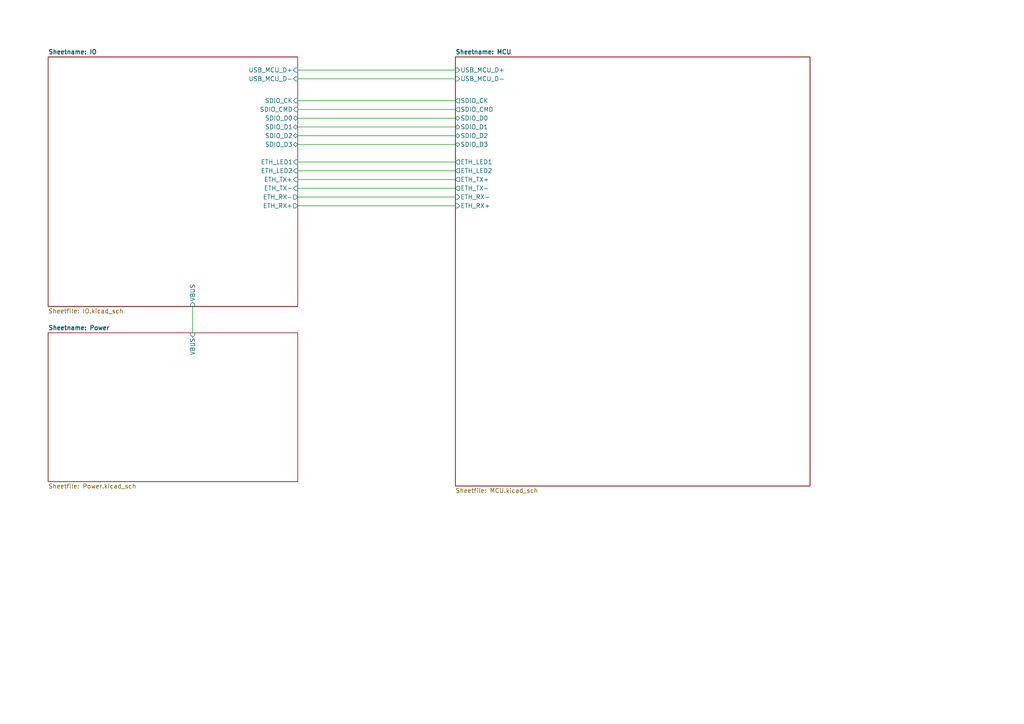
<source format=kicad_sch>
(kicad_sch (version 20230121) (generator eeschema)
  (paper "A4")
  (lib_symbols)
  (wire (pts (xy 86.36 20.32) (xy 132.08 20.32)))
  (wire (pts (xy 86.36 49.53) (xy 132.08 49.53)))
  (wire (pts (xy 86.36 52.07) (xy 132.08 52.07)))
  (wire (pts (xy 86.36 22.86) (xy 132.08 22.86)))
  (wire (pts (xy 86.36 34.29) (xy 132.08 34.29)))
  (wire (pts (xy 86.36 46.99) (xy 132.08 46.99)))
  (wire (pts (xy 86.36 36.83) (xy 132.08 36.83)))
  (wire (pts (xy 86.36 31.75) (xy 132.08 31.75)))
  (wire (pts (xy 86.36 39.37) (xy 132.08 39.37)))
  (wire (pts (xy 86.36 59.69) (xy 132.08 59.69)))
  (wire (pts (xy 86.36 41.91) (xy 132.08 41.91)))
  (wire (pts (xy 86.36 57.15) (xy 132.08 57.15)))
  (wire (pts (xy 55.88 88.9) (xy 55.88 96.52)))
  (wire (pts (xy 86.36 54.61) (xy 132.08 54.61)))
  (wire (pts (xy 86.36 29.21) (xy 132.08 29.21)))
  (sheet (at 13.97 16.51) (size 72.39 72.39) (stroke (width 0.1524))
    (property "Sheetname" "IO" (at 13.97 15.7984 0) (show_name) (effects (font bold) (justify left bottom)))
    (property "Sheetfile" "IO.kicad_sch" (at 13.97 89.4846 0) (show_name) (effects (justify left top)))
    (pin "VBUS" input (at 55.88 88.9 270))
    (pin "USB_MCU_D+" input (at 86.36 20.32 0))
    (pin "USB_MCU_D-" input (at 86.36 22.86 0))
    (pin "SDIO_CK" input (at 86.36 29.21 0))
    (pin "SDIO_D0" bidirectional (at 86.36 34.29 0))
    (pin "SDIO_D1" bidirectional (at 86.36 36.83 0))
    (pin "SDIO_D3" bidirectional (at 86.36 41.91 0))
    (pin "SDIO_D2" bidirectional (at 86.36 39.37 0))
    (pin "SDIO_CMD" input (at 86.36 31.75 0))
    (pin "ETH_LED1" input (at 86.36 46.99 0))
    (pin "ETH_LED2" input (at 86.36 49.53 0))
    (pin "ETH_TX+" input (at 86.36 52.07 0))
    (pin "ETH_TX-" input (at 86.36 54.61 0))
    (pin "ETH_RX-" output (at 86.36 57.15 0))
    (pin "ETH_RX+" output (at 86.36 59.69 0))
  )
  (sheet (at 13.97 96.52) (size 72.39 43.18) (stroke (width 0.1524))
    (property "Sheetname" "Power" (at 13.97 95.8084 0) (show_name) (effects (font bold) (justify left bottom)))
    (property "Sheetfile" "Power.kicad_sch" (at 13.97 140.2846 0) (show_name) (effects (justify left top)))
    (pin "VBUS" input (at 55.88 96.52 90))
  )
  (sheet (at 132.08 16.51) (size 102.87 124.46) (stroke (width 0.1524))
    (property "Sheetname" "MCU" (at 132.08 15.7984 0) (show_name) (effects (font bold) (justify left bottom)))
    (property "Sheetfile" "MCU.kicad_sch" (at 132.08 141.5546 0) (show_name) (effects (justify left top)))
    (pin "USB_MCU_D+" input (at 132.08 20.32 180))
    (pin "USB_MCU_D-" input (at 132.08 22.86 180))
    (pin "SDIO_CMD" output (at 132.08 31.75 180))
    (pin "SDIO_D1" bidirectional (at 132.08 36.83 180))
    (pin "SDIO_D0" bidirectional (at 132.08 34.29 180))
    (pin "SDIO_CK" output (at 132.08 29.21 180))
    (pin "SDIO_D2" bidirectional (at 132.08 39.37 180))
    (pin "SDIO_D3" bidirectional (at 132.08 41.91 180))
    (pin "ETH_TX-" output (at 132.08 54.61 180))
    (pin "ETH_TX+" output (at 132.08 52.07 180))
    (pin "ETH_RX-" input (at 132.08 57.15 180))
    (pin "ETH_RX+" input (at 132.08 59.69 180))
    (pin "ETH_LED1" output (at 132.08 46.99 180))
    (pin "ETH_LED2" output (at 132.08 49.53 180))
  )
)
</source>
